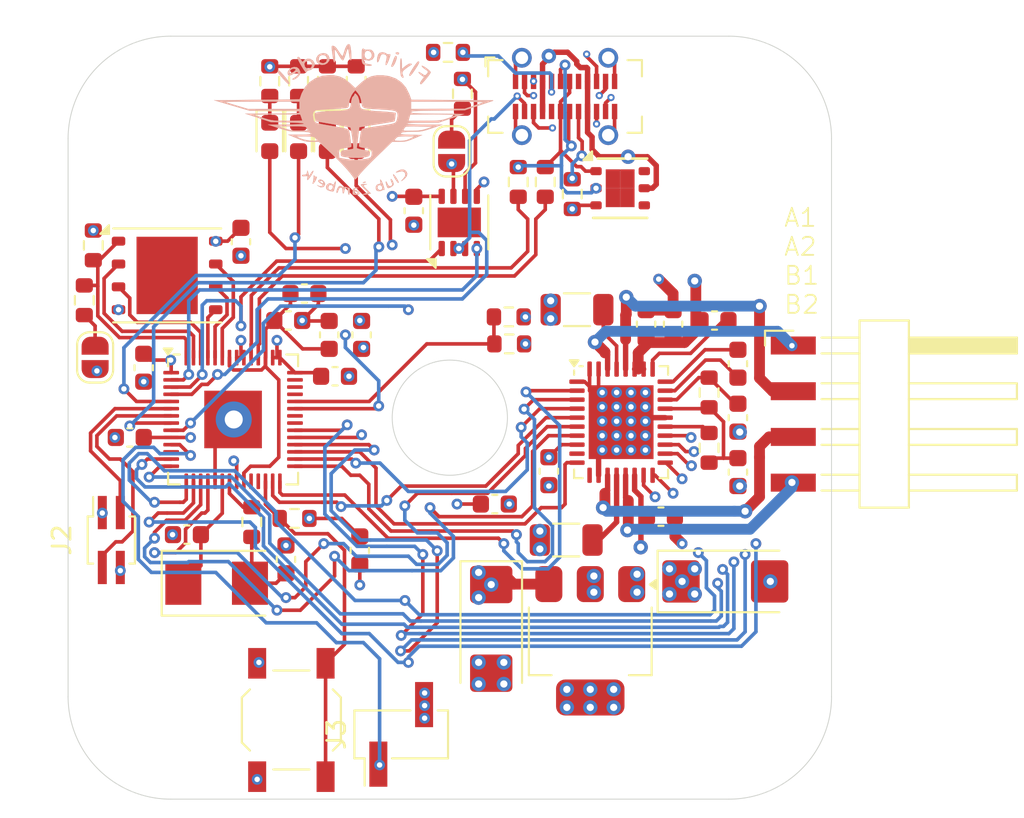
<source format=kicad_pcb>
(kicad_pcb
	(version 20240108)
	(generator "pcbnew")
	(generator_version "8.0")
	(general
		(thickness 1.6)
		(legacy_teardrops no)
	)
	(paper "A4")
	(layers
		(0 "F.Cu" signal)
		(1 "In1.Cu" signal)
		(2 "In2.Cu" signal)
		(31 "B.Cu" signal)
		(32 "B.Adhes" user "B.Adhesive")
		(33 "F.Adhes" user "F.Adhesive")
		(34 "B.Paste" user)
		(35 "F.Paste" user)
		(36 "B.SilkS" user "B.Silkscreen")
		(37 "F.SilkS" user "F.Silkscreen")
		(38 "B.Mask" user)
		(39 "F.Mask" user)
		(40 "Dwgs.User" user "User.Drawings")
		(41 "Cmts.User" user "User.Comments")
		(42 "Eco1.User" user "User.Eco1")
		(43 "Eco2.User" user "User.Eco2")
		(44 "Edge.Cuts" user)
		(45 "Margin" user)
		(46 "B.CrtYd" user "B.Courtyard")
		(47 "F.CrtYd" user "F.Courtyard")
		(48 "B.Fab" user)
		(49 "F.Fab" user)
		(50 "User.1" user)
		(51 "User.2" user)
		(52 "User.3" user)
		(53 "User.4" user)
		(54 "User.5" user)
		(55 "User.6" user)
		(56 "User.7" user)
		(57 "User.8" user)
		(58 "User.9" user)
	)
	(setup
		(stackup
			(layer "F.SilkS"
				(type "Top Silk Screen")
			)
			(layer "F.Paste"
				(type "Top Solder Paste")
			)
			(layer "F.Mask"
				(type "Top Solder Mask")
				(thickness 0.01)
			)
			(layer "F.Cu"
				(type "copper")
				(thickness 0.035)
			)
			(layer "dielectric 1"
				(type "prepreg")
				(thickness 0.1)
				(material "FR4")
				(epsilon_r 4.5)
				(loss_tangent 0.02)
			)
			(layer "In1.Cu"
				(type "copper")
				(thickness 0.035)
			)
			(layer "dielectric 2"
				(type "core")
				(thickness 1.24)
				(material "FR4")
				(epsilon_r 4.5)
				(loss_tangent 0.02)
			)
			(layer "In2.Cu"
				(type "copper")
				(thickness 0.035)
			)
			(layer "dielectric 3"
				(type "prepreg")
				(thickness 0.1)
				(material "FR4")
				(epsilon_r 4.5)
				(loss_tangent 0.02)
			)
			(layer "B.Cu"
				(type "copper")
				(thickness 0.035)
			)
			(layer "B.Mask"
				(type "Bottom Solder Mask")
				(thickness 0.01)
			)
			(layer "B.Paste"
				(type "Bottom Solder Paste")
			)
			(layer "B.SilkS"
				(type "Bottom Silk Screen")
			)
			(copper_finish "None")
			(dielectric_constraints no)
		)
		(pad_to_mask_clearance 0)
		(allow_soldermask_bridges_in_footprints no)
		(pcbplotparams
			(layerselection 0x00010fc_ffffffff)
			(plot_on_all_layers_selection 0x0000000_00000000)
			(disableapertmacros no)
			(usegerberextensions no)
			(usegerberattributes yes)
			(usegerberadvancedattributes yes)
			(creategerberjobfile yes)
			(dashed_line_dash_ratio 12.000000)
			(dashed_line_gap_ratio 3.000000)
			(svgprecision 4)
			(plotframeref no)
			(viasonmask no)
			(mode 1)
			(useauxorigin no)
			(hpglpennumber 1)
			(hpglpenspeed 20)
			(hpglpendiameter 15.000000)
			(pdf_front_fp_property_popups yes)
			(pdf_back_fp_property_popups yes)
			(dxfpolygonmode yes)
			(dxfimperialunits yes)
			(dxfusepcbnewfont yes)
			(psnegative no)
			(psa4output no)
			(plotreference yes)
			(plotvalue yes)
			(plotfptext yes)
			(plotinvisibletext no)
			(sketchpadsonfab no)
			(subtractmaskfromsilk no)
			(outputformat 1)
			(mirror no)
			(drillshape 1)
			(scaleselection 1)
			(outputdirectory "")
		)
	)
	(net 0 "")
	(net 1 "Net-(U1-VCP)")
	(net 2 "Net-(U1-CPI)")
	(net 3 "Net-(U1-CPO)")
	(net 4 "GND")
	(net 5 "+5V")
	(net 6 "Net-(U1-VCC)")
	(net 7 "Net-(J1-Pin_2)")
	(net 8 "Net-(J1-Pin_1)")
	(net 9 "Net-(J1-Pin_3)")
	(net 10 "Net-(J1-Pin_4)")
	(net 11 "/DCIN")
	(net 12 "/DCEN")
	(net 13 "/STEP")
	(net 14 "/SPI_CLK")
	(net 15 "/SPI_MISO")
	(net 16 "/SPI_MODE")
	(net 17 "/SPI_MOSI")
	(net 18 "/DIAG1")
	(net 19 "/SPI_CS")
	(net 20 "/DCO")
	(net 21 "/DIR")
	(net 22 "/DIAG0")
	(net 23 "/EN")
	(net 24 "Net-(U1-BRB)")
	(net 25 "Net-(U1-BRA)")
	(net 26 "Net-(U1-AIN_IREF)")
	(net 27 "unconnected-(U1-NC-Pad11)")
	(net 28 "unconnected-(U1-DNC-Pad9)")
	(net 29 "VCC")
	(net 30 "VBUS")
	(net 31 "Net-(U3-XIN)")
	(net 32 "Net-(C11-Pad1)")
	(net 33 "+1V1")
	(net 34 "Net-(D8-K)")
	(net 35 "/LED")
	(net 36 "unconnected-(D10-IO3-Pad4)")
	(net 37 "Net-(D10-IO2)")
	(net 38 "Net-(D10-IO1)")
	(net 39 "Net-(U2-~{CS})")
	(net 40 "/BOOT")
	(net 41 "/RST")
	(net 42 "Net-(U3-XOUT)")
	(net 43 "/DN")
	(net 44 "/DP")
	(net 45 "Net-(J4-CC2)")
	(net 46 "Net-(J4-CC1)")
	(net 47 "/V_IN")
	(net 48 "Net-(U2-CLK)")
	(net 49 "Net-(U2-DI(IO0))")
	(net 50 "Net-(U2-IO2)")
	(net 51 "Net-(U2-DO(IO1))")
	(net 52 "Net-(U2-IO3)")
	(net 53 "unconnected-(U3-GPIO24-Pad36)")
	(net 54 "unconnected-(U3-GPIO29_ADC3-Pad41)")
	(net 55 "unconnected-(U3-GPIO23-Pad35)")
	(net 56 "/RX")
	(net 57 "unconnected-(U3-GPIO9-Pad12)")
	(net 58 "unconnected-(U3-GPIO28_ADC2-Pad40)")
	(net 59 "/SWCLK")
	(net 60 "/ENDSTOP")
	(net 61 "/SDA")
	(net 62 "/TX_EN")
	(net 63 "/SCL")
	(net 64 "/TX")
	(net 65 "unconnected-(U3-GPIO27_ADC1-Pad39)")
	(net 66 "/SWDIO")
	(net 67 "Net-(J4-TX1+)")
	(net 68 "Net-(J4-TX1-)")
	(net 69 "unconnected-(J4-SBU1-PadA8)")
	(net 70 "Net-(J4-RX1-)")
	(net 71 "unconnected-(J4-SBU2-PadB8)")
	(net 72 "Net-(JP1-B)")
	(net 73 "Net-(D1-K)")
	(net 74 "/LED1")
	(net 75 "/LED2")
	(net 76 "Net-(D2-K)")
	(net 77 "/LED3")
	(net 78 "Net-(D3-K)")
	(footprint "LED_SMD:LED_0603_1608Metric" (layer "F.Cu") (at 143.6 81.6 -90))
	(footprint "Package_SON:WSON-8-1EP_6x5mm_P1.27mm_EP3.4x4.3mm" (layer "F.Cu") (at 133.1 89.295))
	(footprint "LED_SMD:LED_0603_1608Metric" (layer "F.Cu") (at 142 81.6 -90))
	(footprint "Resistor_SMD:R_0603_1608Metric" (layer "F.Cu") (at 128.5 90.675 90))
	(footprint "Capacitor_SMD:C_0603_1608Metric" (layer "F.Cu") (at 164.8 100.225 90))
	(footprint "Resistor_SMD:R_0603_1608Metric" (layer "F.Cu") (at 152.1 93.1))
	(footprint "Capacitor_SMD:C_0603_1608Metric" (layer "F.Cu") (at 154.3 100.175 90))
	(footprint "Button_Switch_SMD:SW_SPST_TL3342" (layer "F.Cu") (at 140 114 -90))
	(footprint "Capacitor_SMD:C_0603_1608Metric" (layer "F.Cu") (at 142.425 94.9 180))
	(footprint "Resistor_SMD:R_0603_1608Metric" (layer "F.Cu") (at 154.1 84.1 -90))
	(footprint "MountingHole:MountingHole_3.2mm_M3" (layer "F.Cu") (at 133.3 81.7))
	(footprint "Resistor_SMD:R_0603_1608Metric" (layer "F.Cu") (at 143.6 78.5 90))
	(footprint "Resistor_SMD:R_1206_3216Metric" (layer "F.Cu") (at 155.2625 104 180))
	(footprint "Capacitor_SMD:C_0603_1608Metric" (layer "F.Cu") (at 146.8 85.7 90))
	(footprint "Capacitor_SMD:C_0603_1608Metric" (layer "F.Cu") (at 163.5 91.8 180))
	(footprint "Capacitor_Tantalum_SMD:CP_EIA-6032-28_Kemet-C" (layer "F.Cu") (at 151.1 108.9375 -90))
	(footprint "Resistor_SMD:R_0603_1608Metric" (layer "F.Cu") (at 152.075 91.6 180))
	(footprint "MountingHole:MountingHole_3.2mm_M3" (layer "F.Cu") (at 164.3 81.7))
	(footprint "Resistor_SMD:R_0603_1608Metric" (layer "F.Cu") (at 163.2 98.875 90))
	(footprint "Resistor_SMD:R_0603_1608Metric" (layer "F.Cu") (at 140.4 78.5 90))
	(footprint "Resistor_SMD:R_0603_1608Metric" (layer "F.Cu") (at 148.7 76.9))
	(footprint "Connector_Harwin:Harwin_M20-89004xx_1x04_P2.54mm_Horizontal" (layer "F.Cu") (at 173.4 97))
	(footprint "Capacitor_SMD:C_0603_1608Metric" (layer "F.Cu") (at 131.8 94.425 90))
	(footprint "Capacitor_SMD:C_0603_1608Metric" (layer "F.Cu") (at 160.525 102.7 180))
	(footprint "Capacitor_SMD:C_0603_1608Metric" (layer "F.Cu") (at 159.7 92 -90))
	(footprint "Connector_USB:USB_C_Receptacle_GCT_USB4115-03-C" (layer "F.Cu") (at 155.2 79.35))
	(footprint "Resistor_SMD:R_1206_3216Metric" (layer "F.Cu") (at 155.8625 91.2 180))
	(footprint "Resistor_SMD:R_0603_1608Metric" (layer "F.Cu") (at 129 87.625 90))
	(footprint "MountingHole:MountingHole_3.2mm_M3" (layer "F.Cu") (at 133.3 112.7))
	(footprint "Connector_PinHeader_2.54mm:PinHeader_1x02_P2.54mm_Vertical_SMD_Pin1Left" (layer "F.Cu") (at 146.1 114.8 90))
	(footprint "Capacitor_SMD:C_0603_1608Metric" (layer "F.Cu") (at 131.025 98.3))
	(footprint "Capacitor_SMD:C_0603_1608Metric" (layer "F.Cu") (at 151.3 102))
	(footprint "Package_TO_SOT_SMD:SOT-223-3_TabPin2" (layer "F.Cu") (at 156.6 109.6 -90))
	(footprint "Package_DFN_QFN:QFN-36-1EP_5x6mm_P0.5mm_EP3.6x4.1mm" (layer "F.Cu") (at 158.3125 97.45))
	(footprint "MountingHole:MountingHole_3.2mm_M3" (layer "F.Cu") (at 164.3 112.7))
	(footprint "Capacitor_SMD:C_0603_1608Metric" (layer "F.Cu") (at 161.2 92 90))
	(footprint "Jumper:SolderJumper-2_P1.3mm_Open_RoundedPad1.0x1.5mm"
		(layer "F.Cu")
		(uuid "8f794bac-16f7-45a2-a711-9680e23f7489")
		(at 129.1 93.85 -90)
		(descr "SMD Solder Jumper, 1x1.5mm, rounded Pads, 0.3mm gap, open")
		(tags "solder jumper open")
		(property "Reference" "JP2"
			(at 0 -1.8 90)
			(layer "F.SilkS")
			(hide yes)
			(uuid "baa86c81-9188-4f78-9f43-f889c3818074")
			(effects
				(font
					(size 1 1)
					(thickness 0.15)
				)
			)
		)
		(property "Value" "Jumper_2_Small_Open"
			(at 0 1.9 90)
			(layer "F.Fab")
			(uuid "b2a07748-0a57-4fcb-8833-72a611858f37")
			(effects
				(font
					(size 1 1)
					(thickness 0.15)
				)
			)
		)
		(property "Footprint" "Jumper:SolderJumper-2_P1.3mm_Open_RoundedPad1.0x1.5mm"
			(at 0 0 -90)
			(unlocked yes)
			(layer "F.Fab")
			(hide yes)
			(uuid "7162db4c-dd0f-4a64-8e3e-d870f5f74ce5")
			(effects
				(font
					(size 1.27 1.27)
				)
			)
		)
		(property "Datasheet" ""
			(at 0 0 -90)
			(unlocked yes)
			(layer "F.Fab")
			(hide yes)
			(uuid "83302abc-bdd4-4dc6-a034-f1087b8178c3")
			(effects
				(font
					(size 1.27 1.27)
				)
			)
		)
		(property "Description" "Jumper, 2-pole, small symbol, open"
			(at 0 0 -90)
			(unlocked yes)
			(layer "F.Fab")
			(hide yes)
			(uuid "2686b4bf-88e4-48d1-a407-4642c50cb876")
			(effects
				(font
					(size 1.27 1.27)
				)
			)
		)
		(property ki_fp_filters "Jumper* TestPoint*2Pads* TestPoint*Bridge*")
		(path "/3b15015b-3fe7-42b4-9271-b5f34117d91b")
		(sheetname "Root")
		(sheetfile "motor_driver.kicad_sch")
		(zone_connect 1)
		(attr exclude_from_pos_files)
		(fp_line
			(start 0.7 1)
			(end -0.7 1)
			(stroke
				(width 0.12)
				(type solid)
			)
			(layer "F.SilkS")
			(uuid "add00564-6999-4969-9ec5-580f56b28fc8")
		)
		(fp_line
			(start -1.4 0.3)
			(end -1.4 -0.3)
			(stroke
				(width 0.12)
				(type solid)
			)
			(layer "F.SilkS")
			(uuid "d22e9de3-792a-400f-a973-c83cac6b6935")
		)
		(fp_line
			(start 1.4 -0.3)
			(end 1.4 0.3)
			(stroke
				(width 0.12)
				(type solid)
			)
			(layer "F.SilkS")
			(uuid "d0c6ac69-435c-4162-8186-6c04d01ece4e")
		)
		(fp_line
			(start -0.7 -1)
			(end 0.7 -1)
			(stroke
				(width 0.12)
				(type solid)
			)
			(layer "F.SilkS")
			(uuid "eb0a9866-a7f8-4b5a-86f1-feb9f594b0ec")
		)
		(fp_arc
			(start -0.7 1)
			(mid -1.194975 0.794975)
			(end -1.4 0.3)
			(stroke
				(width 0.12)
				(type solid)
			)
			(layer "F.SilkS")
			(uuid "6a0c7ef6-02c5-4d2f-acfd-ac150b762c10")
		)
		(fp_arc
			(start 1.4 0.3)
			(mid 1.194975 0.794975)
			(end 0.7 1)
			(stroke
				(width 0.12)
				(type solid)
			)
			(layer "F.SilkS")
			(uuid "6030a80f-ec11-4c9e-a077-4c58bcd5238b")
		)
		(fp_arc
			(start -1.4 -0.3)
			(mid -1.194975 -0.794975)
			(end -0.7 -1)
			(stroke
				(width 0.12)
				(type solid)
			)
			(layer "F.SilkS")
			(uuid "0b257d99-dfd1-4116-a1d0-2d828d75b5b2")
		)
		(fp_arc
			(start 0.7 -1)
			(mid 1.194975 -0.794975)
			(end 1.4 -0.3)
			(stroke
				(width 0.12)
				(type solid)
			)
			(layer "F.SilkS")
			(uuid "bcd074c0-5f99-4dd5-91
... [568101 chars truncated]
</source>
